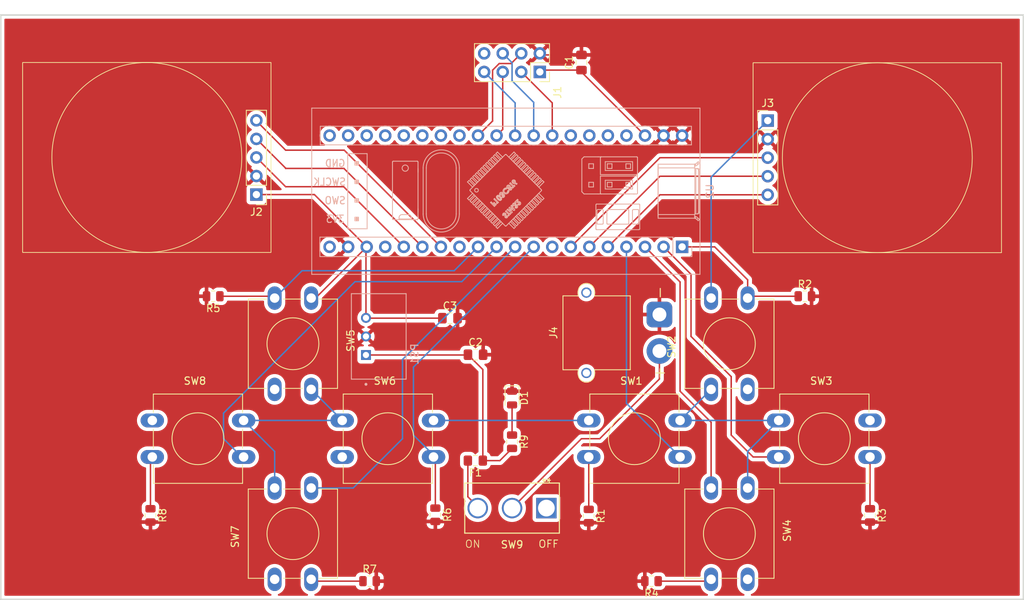
<source format=kicad_pcb>
(kicad_pcb (version 20241229) (generator "pcbnew") (generator_version "9.0")
  (layers (0 "F.Cu" signal) (2 "B.Cu" signal) (13 "F.Paste" user) (15 "B.Paste" user) (5 "F.SilkS" user "F.Silkscreen") (7 "B.SilkS" user "B.Silkscreen") (1 "F.Mask" user) (3 "B.Mask" user) (25 "Edge.Cuts" user))
  (net 0 "")
  (net 1 "GND")
  (net 2 "+3.3V")
  (net 3 "+12V")
  (net 4 "+5V")
  (net 5 "Net-(SW9-A)")
  (net 6 "MOSI1")
  (net 8 "MISO1")
  (net 9 "CSN1")
  (net 10 "CE1")
  (net 11 "SCK1")
  (net 12 "VRX1")
  (net 13 "VRY1")
  (net 14 "SWJ1")
  (net 15 "SWJ2")
  (net 16 "VRY2")
  (net 17 "VRX2")
  (net 18 "SW1")
  (net 19 "SW2")
  (net 20 "SW3")
  (net 21 "SW4")
  (net 22 "SW8")
  (net 23 "SW5")
  (net 24 "SW7")
  (net 25 "SW6")
  (net 42 "Net-(D1-A)")
  (net 43 "Net-(J4-Pin_2)")
  (footprint "Resistor_SMD:R_0805_2012Metric" (layer "F.Cu") (at 60.5 88.5 -90)
    (property "Reference" "R8" (at 0 -1.65 90) (layer "F.SilkS"))
    (property "Value" "10k")
    (pad "1" smd roundrect (at -0.9125 0 270) (size 1.025 1.4) (layers "F.Cu" "F.Mask" "F.Paste") (roundrect_rratio 0.243902) (net 25 "SW6"))
    (pad "2" smd roundrect (at 0.9125 0 270) (size 1.025 1.4) (layers "F.Cu" "F.Mask" "F.Paste") (roundrect_rratio 0.243902) (net 1 "GND"))
  )
  (footprint "Feet_Pics:SW_PUSH-12mm_BETTER" (layer "F.Cu") (at 82.5 58.75 -90)
    (property "Reference" "SW5" (at 5.83 -5.41 90) (layer "F.SilkS"))
    (property "Value" "SW_Push")
    (pad "1" thru_hole oval (at 0 0 270) (size 3.2 1.9) (drill 1.3) (layers "*.Cu" "*.Mask") (net 4 "+5V"))
    (pad "1" thru_hole oval (at 12.5 0 270) (size 3.2 1.9) (drill 1.3) (layers "*.Cu" "*.Mask") (net 4 "+5V"))
    (pad "2" thru_hole oval (at 0 5 270) (size 3.2 1.9) (drill 1.3) (layers "*.Cu" "*.Mask") (net 22 "SW8"))
    (pad "2" thru_hole oval (at 12.5 5 270) (size 3.2 1.9) (drill 1.3) (layers "*.Cu" "*.Mask") (net 22 "SW8"))
  )
  (footprint "Resistor_SMD:R_0805_2012Metric" (layer "F.Cu") (at 129.0875 97.5 180)
    (property "Reference" "R4" (at 0 -1.65 0) (layer "F.SilkS"))
    (property "Value" "10k")
    (pad "1" smd roundrect (at -0.9125 0 180) (size 1.025 1.4) (layers "F.Cu" "F.Mask" "F.Paste") (roundrect_rratio 0.243902) (net 21 "SW4"))
    (pad "2" smd roundrect (at 0.9125 0 180) (size 1.025 1.4) (layers "F.Cu" "F.Mask" "F.Paste") (roundrect_rratio 0.243902) (net 1 "GND"))
  )
  (footprint "Feet_Pics:SW_PUSH-12mm_BETTER" (layer "F.Cu") (at 142.25 84.75 -90)
    (property "Reference" "SW4" (at 5.83 -5.41 90) (layer "F.SilkS"))
    (property "Value" "SW_Push")
    (pad "1" thru_hole oval (at 0 0 270) (size 3.2 1.9) (drill 1.3) (layers "*.Cu" "*.Mask") (net 4 "+5V"))
    (pad "1" thru_hole oval (at 12.5 0 270) (size 3.2 1.9) (drill 1.3) (layers "*.Cu" "*.Mask") (net 4 "+5V"))
    (pad "2" thru_hole oval (at 0 5 270) (size 3.2 1.9) (drill 1.3) (layers "*.Cu" "*.Mask") (net 21 "SW4"))
    (pad "2" thru_hole oval (at 12.5 5 270) (size 3.2 1.9) (drill 1.3) (layers "*.Cu" "*.Mask") (net 21 "SW4"))
  )
  (footprint "Feet_Pics:SW_PUSH-12mm_BETTER" (layer "F.Cu") (at 60.75 75.5)
    (property "Reference" "SW8" (at 5.83 -5.41 0) (layer "F.SilkS"))
    (property "Value" "SW_Push")
    (pad "1" thru_hole oval (at 0 0) (size 3.2 1.9) (drill 1.3) (layers "*.Cu" "*.Mask") (net 4 "+5V"))
    (pad "1" thru_hole oval (at 12.5 0) (size 3.2 1.9) (drill 1.3) (layers "*.Cu" "*.Mask") (net 4 "+5V"))
    (pad "2" thru_hole oval (at 0 5) (size 3.2 1.9) (drill 1.3) (layers "*.Cu" "*.Mask") (net 25 "SW6"))
    (pad "2" thru_hole oval (at 12.5 5) (size 3.2 1.9) (drill 1.3) (layers "*.Cu" "*.Mask") (net 25 "SW6"))
  )
  (footprint "Capacitor_SMD:C_0805_2012Metric_Pad1.18x1.45mm_HandSolder" (layer "F.Cu") (at 105 66.5)
    (property "Reference" "C2" (at 0 -1.68 0) (layer "F.SilkS"))
    (property "Value" "10uF")
    (pad "1" smd roundrect (at -1.0375 0) (size 1.175 1.45) (layers "F.Cu" "F.Mask" "F.Paste") (roundrect_rratio 0.212766) (net 3 "+12V"))
    (pad "2" smd roundrect (at 1.0375 0) (size 1.175 1.45) (layers "F.Cu" "F.Mask" "F.Paste") (roundrect_rratio 0.212766) (net 1 "GND"))
  )
  (footprint "Capacitor_SMD:C_0805_2012Metric_Pad1.18x1.45mm_HandSolder" (layer "F.Cu") (at 101.5 61.5)
    (property "Reference" "C3" (at 0 -1.68 0) (layer "F.SilkS"))
    (property "Value" "10uF")
    (pad "1" smd roundrect (at -1.0375 0) (size 1.175 1.45) (layers "F.Cu" "F.Mask" "F.Paste") (roundrect_rratio 0.212766) (net 4 "+5V"))
    (pad "2" smd roundrect (at 1.0375 0) (size 1.175 1.45) (layers "F.Cu" "F.Mask" "F.Paste") (roundrect_rratio 0.212766) (net 1 "GND"))
  )
  (footprint "Feet_Pics:SW_PUSH-12mm_BETTER" (layer "F.Cu") (at 86.75 75.5)
    (property "Reference" "SW6" (at 5.83 -5.41 0) (layer "F.SilkS"))
    (property "Value" "SW_Push")
    (pad "1" thru_hole oval (at 0 0) (size 3.2 1.9) (drill 1.3) (layers "*.Cu" "*.Mask") (net 4 "+5V"))
    (pad "1" thru_hole oval (at 12.5 0) (size 3.2 1.9) (drill 1.3) (layers "*.Cu" "*.Mask") (net 4 "+5V"))
    (pad "2" thru_hole oval (at 0 5) (size 3.2 1.9) (drill 1.3) (layers "*.Cu" "*.Mask") (net 23 "SW5"))
    (pad "2" thru_hole oval (at 12.5 5) (size 3.2 1.9) (drill 1.3) (layers "*.Cu" "*.Mask") (net 23 "SW5"))
  )
  (footprint "Feet_Pics:SW_PUSH-12mm_BETTER" (layer "F.Cu") (at 137.25 71.25 90)
    (property "Reference" "SW2" (at 5.83 -5.41 90) (layer "F.SilkS"))
    (property "Value" "SW_Push")
    (pad "1" thru_hole oval (at 0 0 90) (size 3.2 1.9) (drill 1.3) (layers "*.Cu" "*.Mask") (net 4 "+5V"))
    (pad "1" thru_hole oval (at 12.5 0 90) (size 3.2 1.9) (drill 1.3) (layers "*.Cu" "*.Mask") (net 4 "+5V"))
    (pad "2" thru_hole oval (at 0 5 90) (size 3.2 1.9) (drill 1.3) (layers "*.Cu" "*.Mask") (net 19 "SW2"))
    (pad "2" thru_hole oval (at 12.5 5 90) (size 3.2 1.9) (drill 1.3) (layers "*.Cu" "*.Mask") (net 19 "SW2"))
  )
  (footprint "Capacitor_SMD:C_0805_2012Metric_Pad1.18x1.45mm_HandSolder" (layer "F.Cu") (at 119.5 26.5 90)
    (property "Reference" "C1" (at 0 -1.68 90) (layer "F.SilkS"))
    (property "Value" "10uF")
    (pad "1" smd roundrect (at -1.0375 0 90) (size 1.175 1.45) (layers "F.Cu" "F.Mask" "F.Paste") (roundrect_rratio 0.212766) (net 2 "+3.3V"))
    (pad "2" smd roundrect (at 1.0375 0 90) (size 1.175 1.45) (layers "F.Cu" "F.Mask" "F.Paste") (roundrect_rratio 0.212766) (net 1 "GND"))
  )
  (footprint "Resistor_SMD:R_0805_2012Metric" (layer "F.Cu") (at 120.5 88.5875 -90)
    (property "Reference" "R1" (at 0 -1.65 90) (layer "F.SilkS"))
    (property "Value" "10k")
    (pad "1" smd roundrect (at -0.9125 0 270) (size 1.025 1.4) (layers "F.Cu" "F.Mask" "F.Paste") (roundrect_rratio 0.243902) (net 18 "SW1"))
    (pad "2" smd roundrect (at 0.9125 0 270) (size 1.025 1.4) (layers "F.Cu" "F.Mask" "F.Paste") (roundrect_rratio 0.243902) (net 1 "GND"))
  )
  (footprint "Resistor_SMD:R_0805_2012Metric" (layer "F.Cu") (at 159 88.5 -90)
    (property "Reference" "R3" (at 0 -1.65 90) (layer "F.SilkS"))
    (property "Value" "10k")
    (pad "1" smd roundrect (at -0.9125 0 270) (size 1.025 1.4) (layers "F.Cu" "F.Mask" "F.Paste") (roundrect_rratio 0.243902) (net 20 "SW3"))
    (pad "2" smd roundrect (at 0.9125 0 270) (size 1.025 1.4) (layers "F.Cu" "F.Mask" "F.Paste") (roundrect_rratio 0.243902) (net 1 "GND"))
  )
  (footprint "Connector_AMASS:AMASS_XT30PW-M_1x02_P2.50mm_Horizontal" (layer "F.Cu") (at 130.175 61 90)
    (property "Reference" "J4" (at -2.5 -14.5 90) (layer "F.SilkS"))
    (property "Value" "Conn_01x02_Pin")
    (fp_text user "+" (at -8 0 90) (layer "F.SilkS") (effects (font (size 1.5 1.5))))
    (fp_text user "-" (at 3 0 90) (layer "F.SilkS") (effects (font (size 1.5 1.5))))
    (pad "" thru_hole circle (at -8 -10 90) (size 1.4 1.4) (drill 1) (layers "*.Cu" "*.Mask"))
    (pad "" thru_hole circle (at 3 -10 90) (size 1.4 1.4) (drill 1) (layers "*.Cu" "*.Mask"))
    (pad "1" thru_hole roundrect (at 0 0 90) (size 3.5 3.5) (drill 1.9) (layers "*.Cu" "*.Mask") (roundrect_rratio 0.22) (net 1 "GND"))
    (pad "2" thru_hole circle (at -5 0 90) (size 3.5 3.5) (drill 1.9) (layers "*.Cu" "*.Mask") (net 43 "Net-(J4-Pin_2)"))
  )
  (footprint "LED_SMD:LED_0805_2012Metric" (layer "F.Cu") (at 110 72.4375 -90)
    (property "Reference" "D1" (at 0 -1.65 90) (layer "F.SilkS"))
    (property "Value" "LED")
    (pad "1" smd roundrect (at -0.9375 0 270) (size 0.975 1.4) (layers "F.Cu" "F.Mask" "F.Paste") (net 1 "GND"))
    (pad "2" smd roundrect (at 0.9375 0 270) (size 0.975 1.4) (layers "F.Cu" "F.Mask" "F.Paste") (net 42 "Net-(D1-A)"))
  )
  (footprint "Resistor_SMD:R_0805_2012Metric" (layer "F.Cu") (at 69.0875 58.5 180)
    (property "Reference" "R5" (at 0 -1.65 0) (layer "F.SilkS"))
    (property "Value" "10k")
    (pad "1" smd roundrect (at -0.9125 0 180) (size 1.025 1.4) (layers "F.Cu" "F.Mask" "F.Paste") (roundrect_rratio 0.243902) (net 22 "SW8"))
    (pad "2" smd roundrect (at 0.9125 0 180) (size 1.025 1.4) (layers "F.Cu" "F.Mask" "F.Paste") (roundrect_rratio 0.243902) (net 1 "GND"))
  )
  (footprint "Feet_Pics:KY-023 Joystick" (layer "F.Cu") (at 145 34.45)
    (property "Reference" "J3" (at 0 -2.38 0) (layer "F.SilkS"))
    (property "Value" "Conn_01x05_Pin")
    (pad "1" thru_hole rect (at 0 0) (size 1.7 1.7) (drill 1) (layers "*.Cu" "*.Mask") (net 4 "+5V"))
    (pad "2" thru_hole circle (at 0 2.54) (size 1.7 1.7) (drill 1) (layers "*.Cu" "*.Mask") (net 1 "GND"))
    (pad "3" thru_hole circle (at 0 5.08) (size 1.7 1.7) (drill 1) (layers "*.Cu" "*.Mask") (net 17 "VRX2"))
    (pad "4" thru_hole circle (at 0 7.62) (size 1.7 1.7) (drill 1) (layers "*.Cu" "*.Mask") (net 16 "VRY2"))
    (pad "5" thru_hole circle (at 0 10.16) (size 1.7 1.7) (drill 1) (layers "*.Cu" "*.Mask") (net 15 "SWJ2"))
  )
  (footprint "Feet_Pics:KY-023 Joystick" (layer "F.Cu") (at 75 44.58 180)
    (property "Reference" "J2" (at 0 -2.38 180) (layer "F.SilkS"))
    (property "Value" "Conn_01x05_Pin")
    (pad "1" thru_hole rect (at 0 0 180) (size 1.7 1.7) (drill 1) (layers "*.Cu" "*.Mask") (net 4 "+5V"))
    (pad "2" thru_hole circle (at 0 2.54 180) (size 1.7 1.7) (drill 1) (layers "*.Cu" "*.Mask") (net 1 "GND"))
    (pad "3" thru_hole circle (at 0 5.08 180) (size 1.7 1.7) (drill 1) (layers "*.Cu" "*.Mask") (net 12 "VRX1"))
    (pad "4" thru_hole circle (at 0 7.62 180) (size 1.7 1.7) (drill 1) (layers "*.Cu" "*.Mask") (net 13 "VRY1"))
    (pad "5" thru_hole circle (at 0 10.16 180) (size 1.7 1.7) (drill 1) (layers "*.Cu" "*.Mask") (net 14 "SWJ1"))
  )
  (footprint "Connector_PinSocket_2.54mm:PinSocket_2x04_P2.54mm_Vertical" (layer "F.Cu") (at 113.8 27.79 -90)
    (property "Reference" "J1" (at 2.8 -2.42 90) (layer "F.SilkS"))
    (property "Value" "Conn_02x04_Odd_Even")
    (pad "1" thru_hole rect (at 0 0 270) (size 1.7 1.7) (drill 1) (layers "*.Cu" "*.Mask") (net 2 "+3.3V"))
    (pad "2" thru_hole circle (at -2.54 0 270) (size 1.7 1.7) (drill 1) (layers "*.Cu" "*.Mask") (net 1 "GND"))
    (pad "3" thru_hole circle (at 0 2.54 270) (size 1.7 1.7) (drill 1) (layers "*.Cu" "*.Mask") (net 10 "CE1"))
    (pad "4" thru_hole circle (at -2.54 2.54 270) (size 1.7 1.7) (drill 1) (layers "*.Cu" "*.Mask") (net 9 "CSN1"))
    (pad "5" thru_hole circle (at 0 5.08 270) (size 1.7 1.7) (drill 1) (layers "*.Cu" "*.Mask") (net 11 "SCK1"))
    (pad "6" thru_hole circle (at -2.54 5.08 270) (size 1.7 1.7) (drill 1) (layers "*.Cu" "*.Mask") (net 6 "MOSI1"))
    (pad "7" thru_hole circle (at 0 7.62 270) (size 1.7 1.7) (drill 1) (layers "*.Cu" "*.Mask") (net 8 "MISO1"))
    (pad "8" thru_hole circle (at -2.54 7.62 270) (size 1.7 1.7) (drill 1) (layers "*.Cu" "*.Mask"))
  )
  (footprint "Resistor_SMD:R_0805_2012Metric" (layer "F.Cu") (at 90.5 97.5)
    (property "Reference" "R7" (at 0 -1.65 0) (layer "F.SilkS"))
    (property "Value" "10k")
    (pad "1" smd roundrect (at -0.9125 0) (size 1.025 1.4) (layers "F.Cu" "F.Mask" "F.Paste") (roundrect_rratio 0.243902) (net 24 "SW7"))
    (pad "2" smd roundrect (at 0.9125 0) (size 1.025 1.4) (layers "F.Cu" "F.Mask" "F.Paste") (roundrect_rratio 0.243902) (net 1 "GND"))
  )
  (footprint "Fuse:Fuse_0805_2012Metric_Pad1.15x1.40mm_HandSolder" (layer "F.Cu") (at 104.975 81 180)
    (property "Reference" "F1" (at 0 -1.65 0) (layer "F.SilkS"))
    (property "Value" "Fuse")
    (pad "1" smd roundrect (at -1.025 0 180) (size 1.15 1.4) (layers "F.Cu" "F.Mask" "F.Paste") (roundrect_rratio 0.217391) (net 3 "+12V"))
    (pad "2" smd roundrect (at 1.025 0 180) (size 1.15 1.4) (layers "F.Cu" "F.Mask" "F.Paste") (roundrect_rratio 0.217391) (net 5 "Net-(SW9-A)"))
  )
  (footprint "Feet_Pics:SW_PUSH-12mm_BETTER" (layer "F.Cu") (at 77.5 97.25 90)
    (property "Reference" "SW7" (at 5.83 -5.41 90) (layer "F.SilkS"))
    (property "Value" "SW_Push")
    (pad "1" thru_hole oval (at 0 0 90) (size 3.2 1.9) (drill 1.3) (layers "*.Cu" "*.Mask") (net 4 "+5V"))
    (pad "1" thru_hole oval (at 12.5 0 90) (size 3.2 1.9) (drill 1.3) (layers "*.Cu" "*.Mask") (net 4 "+5V"))
    (pad "2" thru_hole oval (at 0 5 90) (size 3.2 1.9) (drill 1.3) (layers "*.Cu" "*.Mask") (net 24 "SW7"))
    (pad "2" thru_hole oval (at 12.5 5 90) (size 3.2 1.9) (drill 1.3) (layers "*.Cu" "*.Mask") (net 24 "SW7"))
  )
  (footprint "Resistor_SMD:R_0805_2012Metric" (layer "F.Cu") (at 99.5 88.4125 -90)
    (property "Reference" "R6" (at 0 -1.65 90) (layer "F.SilkS"))
    (property "Value" "10k")
    (pad "1" smd roundrect (at -0.9125 0 270) (size 1.025 1.4) (layers "F.Cu" "F.Mask" "F.Paste") (roundrect_rratio 0.243902) (net 23 "SW5"))
    (pad "2" smd roundrect (at 0.9125 0 270) (size 1.025 1.4) (layers "F.Cu" "F.Mask" "F.Paste") (roundrect_rratio 0.243902) (net 1 "GND"))
  )
  (footprint "Resistor_SMD:R_0805_2012Metric" (layer "F.Cu") (at 150.0875 58.5)
    (property "Reference" "R2" (at 0 -1.65 0) (layer "F.SilkS"))
    (property "Value" "10k")
    (pad "1" smd roundrect (at -0.9125 0) (size 1.025 1.4) (layers "F.Cu" "F.Mask" "F.Paste") (roundrect_rratio 0.243902) (net 19 "SW2"))
    (pad "2" smd roundrect (at 0.9125 0) (size 1.025 1.4) (layers "F.Cu" "F.Mask" "F.Paste") (roundrect_rratio 0.243902) (net 1 "GND"))
  )
  (footprint "Feet_Pics:SW_PUSH-12mm_BETTER" (layer "F.Cu") (at 146.5 75.5)
    (property "Reference" "SW3" (at 5.83 -5.41 0) (layer "F.SilkS"))
    (property "Value" "SW_Push")
    (pad "1" thru_hole oval (at 0 0) (size 3.2 1.9) (drill 1.3) (layers "*.Cu" "*.Mask") (net 4 "+5V"))
    (pad "1" thru_hole oval (at 12.5 0) (size 3.2 1.9) (drill 1.3) (layers "*.Cu" "*.Mask") (net 4 "+5V"))
    (pad "2" thru_hole oval (at 0 5) (size 3.2 1.9) (drill 1.3) (layers "*.Cu" "*.Mask") (net 20 "SW3"))
    (pad "2" thru_hole oval (at 12.5 5) (size 3.2 1.9) (drill 1.3) (layers "*.Cu" "*.Mask") (net 20 "SW3"))
  )
  (footprint "Resistor_SMD:R_0805_2012Metric" (layer "F.Cu") (at 110 78.4125 -90)
    (property "Reference" "R9" (at 0 -1.65 90) (layer "F.SilkS"))
    (property "Value" "1k")
    (pad "1" smd roundrect (at -0.9125 0 270) (size 1.025 1.4) (layers "F.Cu" "F.Mask" "F.Paste") (roundrect_rratio 0.243902) (net 42 "Net-(D1-A)"))
    (pad "2" smd roundrect (at 0.9125 0 270) (size 1.025 1.4) (layers "F.Cu" "F.Mask" "F.Paste") (roundrect_rratio 0.243902) (net 3 "+12V"))
  )
  (footprint "Feet_Pics:1101M2S3CQE2" (layer "F.Cu") (at 114.699 87.5 -90)
    (property "Reference" "SW9" (at 5 4.699 0) (layer "F.SilkS"))
    (property "Value" "SW_Nidec_CAS-120A1")
    (fp_text user "*" (at -3.81 0 90) (layer "F.SilkS"))
    (fp_text user "*" (at -3.81 0 270) (layer "F.SilkS"))
    (pad "1" thru_hole rect (at 0 0 270) (size 2.794 2.794) (drill 2.286) (layers "*.Cu" "*.Mask"))
    (pad "2" thru_hole circle (at 0 4.699 270) (size 2.794 2.794) (drill 2.286) (layers "*.Cu" "*.Mask") (net 43 "Net-(J4-Pin_2)"))
    (pad "3" thru_hole circle (at 0 9.398 270) (size 2.794 2.794) (drill 2.286) (layers "*.Cu" "*.Mask") (net 5 "Net-(SW9-A)"))
  )
  (footprint "Feet_Pics:SW_PUSH-12mm_BETTER" (layer "F.Cu") (at 120.5 75.5)
    (property "Reference" "SW1" (at 5.83 -5.41 0) (layer "F.SilkS"))
    (property "Value" "SW_Push")
    (pad "1" thru_hole oval (at 0 0) (size 3.2 1.9) (drill 1.3) (layers "*.Cu" "*.Mask") (net 4 "+5V"))
    (pad "1" thru_hole oval (at 12.5 0) (size 3.2 1.9) (drill 1.3) (layers "*.Cu" "*.Mask") (net 4 "+5V"))
    (pad "2" thru_hole oval (at 0 5) (size 3.2 1.9) (drill 1.3) (layers "*.Cu" "*.Mask") (net 18 "SW1"))
    (pad "2" thru_hole oval (at 12.5 5) (size 3.2 1.9) (drill 1.3) (layers "*.Cu" "*.Mask") (net 18 "SW1"))
  )
  (footprint "Feet_Pics:YAAJ_BluePill_1" (layer "B.Cu") (at 133.28 51.74 90)
    (property "Reference" "U2" (at 7.62 3.81 90) (layer "B.SilkS") (effects (justify mirror)))
    (property "Value" "YAAJ_BluePill" (hide yes))
    (fp_text user "SWCLK" (at 8.89 -48.26 0) (layer "B.SilkS") (effects (font (size 1 0.9)) (justify mirror)))
    (fp_text user "SWO" (at 6.35 -47.498 0) (layer "B.SilkS") (effects (font (size 1 0.9)) (justify mirror)))
    (fp_text user "GND" (at 11.43 -47.498 0) (layer "B.SilkS") (effects (font (size 1 0.9)) (justify mirror)))
    (fp_text user "3V3" (at 3.81 -47.498 0) (layer "B.SilkS") (effects (font (size 1 0.9)) (justify mirror)))
    (pad "1" thru_hole rect (at 0 0 90) (size 1.7 1.7) (drill 1) (layers "*.Cu" "*.Mask") (net 19 "SW2"))
    (pad "2" thru_hole circle (at 0 -2.54 90) (size 1.7 1.7) (drill 1) (layers "*.Cu" "*.Mask") (net 20 "SW3"))
    (pad "3" thru_hole circle (at 0 -5.08 90) (size 1.7 1.7) (drill 1) (layers "*.Cu" "*.Mask") (net 21 "SW4"))
    (pad "4" thru_hole circle (at 0 -7.62 90) (size 1.7 1.7) (drill 1) (layers "*.Cu" "*.Mask") (net 18 "SW1"))
    (pad "5" thru_hole circle (at 0 -10.16 90) (size 1.7 1.7) (drill 1) (layers "*.Cu" "*.Mask") (net 15 "SWJ2"))
    (pad "6" thru_hole circle (at 0 -12.7 90) (size 1.7 1.7) (drill 1) (layers "*.Cu" "*.Mask") (net 16 "VRY2"))
    (pad "7" thru_hole circle (at 0 -15.24 90) (size 1.7 1.7) (drill 1) (layers "*.Cu" "*.Mask") (net 17 "VRX2"))
    (pad "8" thru_hole circle (at 0 -17.78 90) (size 1.7 1.7) (drill 1) (layers "*.Cu" "*.Mask"))
    (pad "9" thru_hole circle (at 0 -20.32 90) (size 1.7 1.7) (drill 1) (layers "*.Cu" "*.Mask") (net 23 "SW5"))
    (pad "10" thru_hole circle (at 0 -22.86 90) (size 1.7 1.7) (drill 1) (layers "*.Cu" "*.Mask") (net 24 "SW7"))
    (pad "11" thru_hole circle (at 0 -25.4 90) (size 1.7 1.7) (drill 1) (layers "*.Cu" "*.Mask") (net 25 "SW6"))
    (pad "12" thru_hole circle (at 0 -27.94 90) (size 1.7 1.7) (drill 1) (layers "*.Cu" "*.Mask") (net 22 "SW8"))
    (pad "13" thru_hole circle (at 0 -30.48 90) (size 1.7 1.7) (drill 1) (layers "*.Cu" "*.Mask"))
    (pad "14" thru_hole circle (at 0 -33.02 90) (size 1.7 1.7) (drill 1) (layers "*.Cu" "*.Mask") (net 14 "SWJ1"))
    (pad "15" thru_hole circle (at 0 -35.56 90) (size 1.7 1.7) (drill 1) (layers "*.Cu" "*.Mask") (net 13 "VRY1"))
    (pad "16" thru_hole circle (at 0 -38.1 90) (size 1.7 1.7) (drill 1) (layers "*.Cu" "*.Mask") (net 12 "VRX1"))
    (pad "17" thru_hole circle (at 0 -40.64 90) (size 1.7 1.7) (drill 1) (layers "*.Cu" "*.Mask"))
    (pad "18" thru_hole circle (at 0 -43.18 90) (size 1.7 1.7) (drill 1) (layers "*.Cu" "*.Mask") (net 4 "+5V"))
    (pad "19" thru_hole circle (at 0 -45.72 90) (size 1.7 1.7) (drill 1) (layers "*.Cu" "*.Mask") (net 1 "GND"))
    (pad "20" thru_hole circle (at 0 -48.26 90) (size 1.7 1.7) (drill 1) (layers "*.Cu" "*.Mask") (net 2 "+3.3V"))
    (pad "21" thru_hole circle (at 15.24 -48.26 90) (size 1.7 1.7) (drill 1) (layers "*.Cu" "*.Mask"))
    (pad "22" thru_hole circle (at 15.24 -45.72 90) (size 1.7 1.7) (drill 1) (layers "*.Cu" "*.Mask"))
    (pad "23" thru_hole circle (at 15.24 -43.18 90) (size 1.7 1.7) (drill 1) (layers "*.Cu" "*.Mask"))
    (pad "24" thru_hole circle (at 15.24 -40.64 90) (size 1.7 1.7) (drill 1) (layers "*.Cu" "*.Mask"))
    (pad "25" thru_hole circle (at 15.24 -38.1 90) (size 1.7 1.7) (drill 1) (layers "*.Cu" "*.Mask"))
    (pad "26" thru_hole circle (at 15.24 -35.56 90) (size 1.7 1.7) (drill 1) (layers "*.Cu" "*.Mask"))
    (pad "27" thru_hole circle (at 15.24 -33.02 90) (size 1.7 1.7) (drill 1) (layers "*.Cu" "*.Mask"))
    (pad "28" thru_hole circle (at 15.24 -30.48 90) (size 1.7 1.7) (drill 1) (layers "*.Cu" "*.Mask"))
    (pad "29" thru_hole circle (at 15.24 -27.94 90) (size 1.7 1.7) (drill 1) (layers "*.Cu" "*.Mask") (net 9 "CSN1"))
    (pad "30" thru_hole circle (at 15.24 -25.4 90) (size 1.7 1.7) (drill 1) (layers "*.Cu" "*.Mask") (net 11 "SCK1"))
    (pad "31" thru_hole circle (at 15.24 -22.86 90) (size 1.7 1.7) (drill 1) (layers "*.Cu" "*.Mask") (net 8 "MISO1"))
    (pad "32" thru_hole circle (at 15.24 -20.32 90) (size 1.7 1.7) (drill 1) (layers "*.Cu" "*.Mask") (net 6 "MOSI1"))
    (pad "33" thru_hole circle (at 15.24 -17.78 90) (size 1.7 1.7) (drill 1) (layers "*.Cu" "*.Mask") (net 10 "CE1"))
    (pad "34" thru_hole circle (at 15.24 -15.24 90) (size 1.7 1.7) (drill 1) (layers "*.Cu" "*.Mask"))
    (pad "35" thru_hole circle (at 15.24 -12.7 90) (size 1.7 1.7) (drill 1) (layers "*.Cu" "*.Mask"))
    (pad "36" thru_hole circle (at 15.24 -10.16 90) (size 1.7 1.7) (drill 1) (layers "*.Cu" "*.Mask"))
    (pad "37" thru_hole circle (at 15.24 -7.62 90) (size 1.7 1.7) (drill 1) (layers "*.Cu" "*.Mask"))
    (pad "38" thru_hole circle (at 15.24 -5.08 90) (size 1.7 1.7) (drill 1) (layers "*.Cu" "*.Mask") (net 2 "+3.3V"))
    (pad "39" thru_hole circle (at 15.24 -2.54 90) (size 1.7 1.7) (drill 1) (layers "*.Cu" "*.Mask") (net 1 "GND"))
    (pad "40" thru_hole circle (at 15.24 0 90) (size 1.7 1.7) (drill 1) (layers "*.Cu" "*.Mask") (net 1 "GND"))
  )
  (footprint "Feet_Pics:CONV_TSR_1-2450" (layer "B.Cu") (at 91.75 64 90)
    (property "Reference" "PS1" (at -2.425 4.915 90) (layer "B.SilkS") (effects (justify mirror)))
    (property "Value" "TSR_1-2450")
    (pad "1" thru_hole rect (at -2.54 -1.75 90) (size 1.358 1.358) (drill 0.85) (layers "*.Cu" "*.Mask") (net 3 "+12V"))
    (pad "2" thru_hole circle (at 0 -1.75 90) (size 1.358 1.358) (drill 0.85) (layers "*.Cu" "*.Mask") (net 1 "GND"))
    (pad "3" thru_hole circle (at 2.54 -1.75 90) (size 1.358 1.358) (drill 0.85) (layers "*.Cu" "*.Mask") (net 4 "+5V"))
  )
  (gr_rect (start 40 20) (end 180 100) (stroke (width 0.2)) (fill no) (layer "Edge.Cuts"))
  (gr_text "ON" (at 103.5 93 0) (layer "F.SilkS") (effects (font (size 1 1) (thickness 0.1)) (justify left bottom)))
  (gr_text "OFF" (at 115 93 0) (layer "F.SilkS") (effects (font (size 1 1) (thickness 0.125)) (justify bottom)))
  (segment (start 114.0125 25.4625) (end 113.8 25.25) (width 0.2) (layer "F.Cu") (net 1))
  (segment (start 119.5 25.4625) (end 114.0125 25.4625) (width 0.2) (layer "F.Cu") (net 1))
  (segment (start 119.5 27.5375) (end 119.5 27.8) (width 0.2) (layer "F.Cu") (net 2))
  (segment (start 119.5 27.8) (end 128.2 36.5) (width 0.2) (layer "F.Cu") (net 2))
  (segment (start 119.5 27.5375) (end 114.0525 27.5375) (width 0.2) (layer "F.Cu") (net 2))
  (segment (start 119.2475 27.79) (end 119.5 27.5375) (width 0.2) (layer "F.Cu") (net 2))
  (segment (start 114.0525 27.5375) (end 113.8 27.79) (width 0.2) (layer "F.Cu") (net 2))
  (segment (start 106 81) (end 106 68.5375) (width 0.2) (layer "F.Cu") (net 3))
  (segment (start 103.9225 66.54) (end 103.9625 66.5) (width 0.2) (layer "F.Cu") (net 3))
  (segment (start 90.0775 66.4625) (end 90 66.54) (width 0.2) (layer "F.Cu") (net 3))
  (segment (start 90 66.54) (end 103.9225 66.54) (width 0.2) (layer "F.Cu") (net 3))
  (segment (start 108.325 81) (end 110 79.325) (width 0.2) (layer "F.Cu") (net 3))
  (segment (start 106 81) (end 108.325 81) (width 0.2) (layer "F.Cu") (net 3))
  (segment (start 106 68.5375) (end 103.9625 66.5) (width 0.2) (layer "F.Cu") (net 3))
  (segment (start 75 44.58) (end 82.94 44.58) (width 0.2) (layer "F.Cu") (net 4))
  (segment (start 100.4625 61.5) (end 90.04 61.5) (width 0.2) (layer "F.Cu") (net 4))
  (segment (start 82.5 58.75) (end 83.09 58.75) (width 0.2) (layer "F.Cu") (net 4))
  (segment (start 82.94 44.58) (end 90.1 51.74) (width 0.2) (layer "F.Cu") (net 4))
  (segment (start 90.04 61.5) (end 90 61.46) (width 0.2) (layer "F.Cu") (net 4))
  (segment (start 83.09 58.75) (end 90.1 51.74) (width 0.2) (layer "F.Cu") (net 4))
  (segment (start 90 61.46) (end 90 51.84) (width 0.2) (layer "F.Cu") (net 4))
  (segment (start 90 51.84) (end 90.1 51.74) (width 0.2) (layer "B.Cu") (net 4))
  (segment (start 137.25 42.2) (end 145 34.45) (width 0.2) (layer "B.Cu") (net 4))
  (segment (start 142.25 84.75) (end 142.25 79.75) (width 0.2) (layer "B.Cu") (net 4))
  (segment (start 82.5 71.25) (end 86.75 75.5) (width 0.2) (layer "B.Cu") (net 4))
  (segment (start 133 75.5) (end 146.5 75.5) (width 0.2) (layer "B.Cu") (net 4))
  (segment (start 133 75.5) (end 137.25 71.25) (width 0.2) (layer "B.Cu") (net 4))
  (segment (start 99.25 75.5) (end 120.5 75.5) (width 0.2) (layer "B.Cu") (net 4))
  (segment (start 137.25 58.75) (end 137.25 42.2) (width 0.2) (layer "B.Cu") (net 4))
  (segment (start 142.25 79.75) (end 146.5 75.5) (width 0.2) (layer "B.Cu") (net 4))
  (segment (start 77.5 84.75) (end 77.5 79.75) (width 0.2) (layer "B.Cu") (net 4))
  (segment (start 77.5 79.75) (end 73.25 75.5) (width 0.2) (layer "B.Cu") (net 4))
  (segment (start 73.25 75.5) (end 86.75 75.5) (width 0.2) (layer "B.Cu") (net 4))
  (segment (start 103.95 85.95) (end 103.95 81) (width 0.2) (layer "F.Cu") (net 5))
  (segment (start 105.301 87.5) (end 105.5 87.5) (width 0.2) (layer "F.Cu") (net 5))
  (segment (start 105.5 87.5) (end 103.95 85.95) (width 0.2) (layer "F.Cu") (net 5))
  (segment (start 110 26.53) (end 108.72 25.25) (width 0.2) (layer "B.Cu") (net 6))
  (segment (start 110 29) (end 110 26.53) (width 0.2) (layer "B.Cu") (net 6))
  (segment (start 112.96 31.96) (end 112.96 36.5) (width 0.2) (layer "B.Cu") (net 6))
  (segment (start 110 29) (end 112.96 31.96) (width 0.2) (layer "B.Cu") (net 6))
  (segment (start 110.42 32.03) (end 110.42 36.5) (width 0.2) (layer "B.Cu") (net 8))
  (segment (start 106.18 27.79) (end 110.42 32.03) (width 0.2) (layer "B.Cu") (net 8))
  (segment (start 108.24324 26.639) (end 107.331 27.55124) (width 0.2) (layer "F.Cu") (net 9))
  (segment (start 109.871 26.639) (end 108.24324 26.639) (width 0.2) (layer "F.Cu") (net 9))
  (segment (start 111.26 25.25) (end 109.871 26.639) (width 0.2) (layer "F.Cu") (net 9))
  (segment (start 107.331 27.55124) (end 107.331 34.509) (width 0.2) (layer "F.Cu") (net 9))
  (segment (start 107.331 34.509) (end 105.34 36.5) (width 0.2) (layer "F.Cu") (net 9))
  (segment (start 111.26 27.79) (end 115.5 32.03) (width 0.2) (layer "F.Cu") (net 10))
  (segment (start 115.5 32.03) (end 115.5 36.5) (width 0.2) (layer "F.Cu") (net 10))
  (segment (start 108.72 27.79) (end 108.72 35.66) (width 0.2) (layer "F.Cu") (net 11))
  (segment (start 108.72 35.66) (end 107.88 36.5) (width 0.2) (layer "F.Cu") (net 11))
  (segment (start 86.94 43.5) (end 95.18 51.74) (width 0.2) (layer "F.Cu") (net 12))
  (segment (start 75 39.5) (end 79 43.5) (width 0.2) (layer "F.Cu") (net 12))
  (segment (start 79 43.5) (end 86.94 43.5) (width 0.2) (layer "F.Cu") (net 12))
  (segment (start 79 41) (end 86.98 41) (width 0.2) (layer "F.Cu") (net 13))
  (segment (start 86.98 41) (end 97.72 51.74) (width 0.2) (layer "F.Cu") (net 13))
  (segment (start 75 36.96) (end 79 40.96) (width 0.2) (layer "F.Cu") (net 13))
  (segment (start 79 40.96) (end 79 41) (width 0.2) (layer "F.Cu") (net 13))
  (segment (start 87.02 38.5) (end 100.26 51.74) (width 0.2) (layer "F.Cu") (net 14))
  (segment (start 75 34.5) (end 79 38.5) (width 0.2) (layer "F.Cu") (net 14))
  (segment (start 75 34.42) (end 75 34.5) (width 0.2) (layer "F.Cu") (net 14))
  (segment (start 79 38.5) (end 87.02 38.5) (width 0.2) (layer "F.Cu") (net 14))
  (segment (start 130.25 44.61) (end 123.12 51.74) (width 0.2) (layer "F.Cu") (net 15))
  (segment (start 145 44.61) (end 130.25 44.61) (width 0.2) (layer "F.Cu") (net 15))
  (segment (start 130.25 42.07) (end 120.58 51.74) (width 0.2) (layer "F.Cu") (net 16))
  (segment (start 145 42.07) (end 130.25 42.07) (width 0.2) (layer "F.Cu") (net 16))
  (segment (start 145 39.53) (end 130.25 39.53) (width 0.2) (layer "F.Cu") (net 17))
  (segment (start 130.25 39.53) (end 118.04 51.74) (width 0.2) (layer "F.Cu") (net 17))
  (segment (start 120.5 87.675) (end 120.5 80.5) (width 0.2) (layer "F.Cu") (net 18))
  (segment (start 133 80.5) (end 125.66 73.16) (width 0.2) (layer "B.Cu") (net 18))
  (segment (start 125.66 73.16) (end 125.66 51.74) (width 0.2) (layer "B.Cu") (net 18))
  (segment (start 137.74 51.74) (end 133.28 51.74) (width 0.2) (layer "F.Cu") (net 19))
  (segment (start 149.175 58.5) (end 142.5 58.5) (width 0.2) (layer "F.Cu") (net 19))
  (segment (start 142.5 58.5) (end 142.25 58.75) (width 0.2) (layer "F.Cu") (net 19))
  (segment (start 142.25 56.25) (end 137.74 51.74) (width 0.2) (layer "F.Cu") (net 19))
  (segment (start 142.25 58.75) (end 142.25 56.25) (width 0.2) (layer "F.Cu") (net 19))
  (segment (start 148.75 58.75) (end 149 58.5) (width 0.2) (layer "F.Cu") (net 19))
  (segment (start 143 80.5) (end 140 77.5) (width 0.2) (layer "F.Cu") (net 20))
  (segment (start 159 87.5875) (end 159 80.5) (width 0.2) (layer "F.Cu") (net 20))
  (segment (start 134.5 64) (end 140 69.5) (width 0.2) (layer "F.Cu") (net 20))
  (segment (start 146.5 80.5) (end 143 80.5) (width 0.2) (layer "F.Cu") (net 20))
  (segment (start 130.74 51.74) (end 134.5 55.5) (width 0.2) (layer "F.Cu") (net 20))
  (segment (start 140 77.5) (end 140 70.5) (width 0.2) (layer "F.Cu") (net 20))
  (segment (start 140 69.5) (end 140 70.5) (width 0.2) (layer "F.Cu") (net 20))
  (segment (start 134.5 55.5) (end 134.5 64) (width 0.2) (layer "F.Cu") (net 20))
  (segment (start 137 97.5) (end 137.25 97.25) (width 0.2) (layer "F.Cu") (net 21))
  (segment (start 133 56.54) (end 128.2 51.74) (width 0.2) (layer "F.Cu") (net 21))
  (segment (start 137.25 75.75) (end 133 71.5) (width 0.2) (layer "F.Cu") (net 21))
  (segment (start 137.25 84.75) (end 137.25 75.75) (width 0.2) (layer "F.Cu") (net 21))
  (segment (start 133 71.5) (end 133 56.54) (width 0.2) (layer "F.Cu") (net 21))
  (segment (start 130 97.5) (end 137 97.5) (width 0.2) (layer "F.Cu") (net 21))
  (segment (start 77.25 58.5) (end 77.5 58.75) (width 0.2) (layer "F.Cu") (net 22))
  (segment (start 70 58.5) (end 77.25 58.5) (width 0.2) (layer "F.Cu") (net 22))
  (segment (start 77.5 58.75) (end 81.25 55) (width 0.2) (layer "B.Cu") (net 22))
  (segment (start 102.08 55) (end 105.34 51.74) (width 0.2) (layer "B.Cu") (net 22))
  (segment (start 81.25 55) (end 102.08 55) (width 0.2) (layer "B.Cu") (net 22))
  (segment (start 99.5 87.5) (end 99.5 80.75) (width 0.2) (layer "F.Cu") (net 23))
  (segment (start 99.5 80.75) (end 99.25 80.5) (width 0.2) (layer "F.Cu") (net 23))
  (segment (start 99.5 80.5) (end 96.5 77.5) (width 0.2) (layer "B.Cu") (net 23))
  (segment (start 96.5 77.5) (end 96.5 68.2) (width 0.2) (layer "B.Cu") (net 23))
  (segment (start 99.25 80.5) (end 99.5 80.5) (width 0.2) (layer "B.Cu") (net 23))
  (segment (start 96.5 68.2) (end 112.96 51.74) (width 0.2) (layer "B.Cu") (net 23))
  (segment (start 89.5875 97.5) (end 82.75 97.5) (width 0.2) (layer "F.Cu") (net 24))
  (segment (start 82.75 97.5) (end 82.5 97.25) (width 0.2) (layer "F.Cu") (net 24))
  (segment (start 95 67.16) (end 95 78) (width 0.2) (layer "B.Cu") (net 24))
  (segment (start 88.25 84.75) (end 82.5 84.75) (width 0.2) (layer "B.Cu") (net 24))
  (segment (start 110.42 51.74) (end 95 67.16) (width 0.2) (layer "B.Cu") (net 24))
  (segment (start 95 78) (end 88.25 84.75) (width 0.2) (layer "B.Cu") (net 24))
  (segment (start 60.5 80.75) (end 60.75 80.5) (width 0.2) (layer "F.Cu") (net 25))
  (segment (start 60.5 87.5875) (end 60.5 80.75) (width 0.2) (layer "F.Cu") (net 25))
  (segment (start 70.5 74.5) (end 88.5 56.5) (width 0.2) (layer "B.Cu") (net 25))
  (segment (start 103.12 56.5) (end 107.88 51.74) (width 0.2) (layer "B.Cu") (net 25))
  (segment (start 73 80.5) (end 70.5 78) (width 0.2) (layer "B.Cu") (net 25))
  (segment (start 73.25 80.5) (end 73 80.5) (width 0.2) (layer "B.Cu") (net 25))
  (segment (start 70.5 78) (end 70.5 74.5) (width 0.2) (layer "B.Cu") (net 25))
  (segment (start 88.5 56.5) (end 103.12 56.5) (width 0.2) (layer "B.Cu") (net 25))
  (segment (start 110 77.5) (end 110 73.375) (width 0.2) (layer "F.Cu") (net 42))
  (segment (start 110 87.5) (end 119.5 78) (width 0.2) (layer "F.Cu") (net 43))
  (segment (start 130.175 69.825) (end 122 78) (width 0.2) (layer "F.Cu") (net 43))
  (segment (start 122 78) (end 119.5 78) (width 0.2) (layer "F.Cu") (net 43))
  (segment (start 130.175 66) (end 130.175 69.825) (width 0.2) (layer "F.Cu") (net 43))
  (zone (net 1) (net_name "GND") (layer "F.Cu") (connect_pads (clearance 0.5)) (min_thickness 0.25) (fill yes (thermal_gap 0.5) (thermal_bridge_width 0.5))
    (polygon (pts (xy 40 20) (xy 40 100) (xy 180 100) (xy 180 20)))
  )
)
</source>
